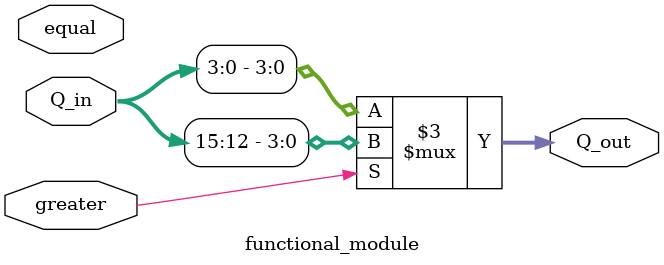
<source format=v>

module top_module (
    input [15:0] D,
    input [15:0] V,
    output equal,
    output greater,
    output [3:0] Q_out
);

wire equal_comp, greater_comp;
wire [15:0] Q, R;

mag_comp mag_comp_inst (
    .A(D[3:0]),
    .B(V[3:0]),
    .equal(equal_comp),
    .greater(greater_comp)
);

div_16bit_unsigned div_inst (
    .D(D),
    .V(V),
    .Q(Q),
    .R(R)
);

functional_module func_mod_inst (
    .equal(equal_comp),
    .greater(greater_comp),
    .Q_in(Q),
    .Q_out(Q_out)
);

assign equal = equal_comp;
assign greater = greater_comp;

endmodule
module mag_comp (
    input [3:0] A,
    input [3:0] B,
    output equal,
    output greater
);

    assign equal = (A == B);
    assign greater = (A > B);

endmodule
module div_16bit_unsigned (
    input [15:0] D,
    input [15:0] V,
    output [15:0] Q,
    output [15:0] R
);

    assign Q = D / V;
    assign R = D % V;

endmodule
module functional_module (
    input equal,
    input greater,
    input [15:0] Q_in,
    output reg [3:0] Q_out
);

    always @(*) begin
        if (greater) begin
            Q_out = Q_in[15:12];
        end else begin
            Q_out = Q_in[3:0];
        end
    end
endmodule
</source>
